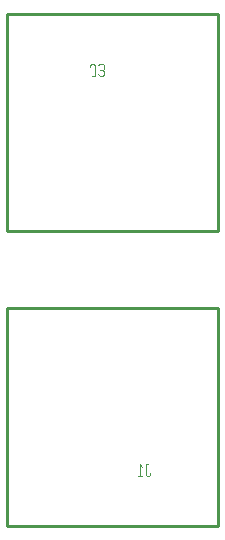
<source format=gbr>
G04 start of page 9 for group -4078 idx -4078 *
G04 Title: (unknown), bottomsilk *
G04 Creator: pcb 1.99z *
G04 CreationDate: Sat Nov 14 22:14:47 2015 UTC *
G04 For: commonadmin *
G04 Format: Gerber/RS-274X *
G04 PCB-Dimensions (mil): 1075.00 2975.00 *
G04 PCB-Coordinate-Origin: lower left *
%MOIN*%
%FSLAX25Y25*%
%LNBOTTOMSILK*%
%ADD51C,0.0040*%
%ADD50C,0.0100*%
G54D50*X30000Y161555D02*X75000D01*
X17244D02*X31024D01*
X87717Y190531D02*Y161555D01*
X72795D02*X87717D01*
Y233996D02*Y190492D01*
X17244Y190531D02*Y161555D01*
Y233996D02*Y190492D01*
Y233996D02*X87717D01*
X30000Y135945D02*X75000D01*
X73976D02*X87756D01*
X17283D02*Y106969D01*
Y135945D02*X32205D01*
X17283Y107008D02*Y63504D01*
X87756Y135945D02*Y106969D01*
Y107008D02*Y63504D01*
X17283D02*X87756D01*
G54D51*X45700Y213500D02*X46500D01*
Y217000D01*
X46000Y217500D02*X46500Y217000D01*
X45500Y217500D02*X46000D01*
X45000Y217000D02*X45500Y217500D01*
X45000Y216500D02*Y217000D01*
X47700Y214000D02*X48200Y213500D01*
X49200D01*
X49700Y214000D01*
X49200Y217500D02*X49700Y217000D01*
X48200Y217500D02*X49200D01*
X47700Y217000D02*X48200Y217500D01*
Y215300D02*X49200D01*
X49700Y214000D02*Y214800D01*
Y215800D02*Y217000D01*
Y215800D02*X49200Y215300D01*
X49700Y214800D02*X49200Y215300D01*
X63500Y84000D02*X64300D01*
X63500Y80500D02*Y84000D01*
X64000Y80000D02*X63500Y80500D01*
X64000Y80000D02*X64500D01*
X65000Y80500D02*X64500Y80000D01*
X65000Y80500D02*Y81000D01*
X62300Y83200D02*X61500Y84000D01*
Y80000D02*Y84000D01*
X60800Y80000D02*X62300D01*
M02*

</source>
